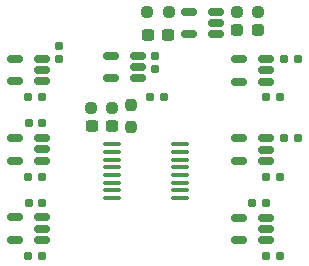
<source format=gbr>
%TF.GenerationSoftware,KiCad,Pcbnew,7.0.5*%
%TF.CreationDate,2024-01-24T02:04:37-05:00*%
%TF.ProjectId,CAMERA_ADAPTER,43414d45-5241-45f4-9144-41505445522e,rev?*%
%TF.SameCoordinates,Original*%
%TF.FileFunction,Paste,Bot*%
%TF.FilePolarity,Positive*%
%FSLAX46Y46*%
G04 Gerber Fmt 4.6, Leading zero omitted, Abs format (unit mm)*
G04 Created by KiCad (PCBNEW 7.0.5) date 2024-01-24 02:04:37*
%MOMM*%
%LPD*%
G01*
G04 APERTURE LIST*
G04 Aperture macros list*
%AMRoundRect*
0 Rectangle with rounded corners*
0 $1 Rounding radius*
0 $2 $3 $4 $5 $6 $7 $8 $9 X,Y pos of 4 corners*
0 Add a 4 corners polygon primitive as box body*
4,1,4,$2,$3,$4,$5,$6,$7,$8,$9,$2,$3,0*
0 Add four circle primitives for the rounded corners*
1,1,$1+$1,$2,$3*
1,1,$1+$1,$4,$5*
1,1,$1+$1,$6,$7*
1,1,$1+$1,$8,$9*
0 Add four rect primitives between the rounded corners*
20,1,$1+$1,$2,$3,$4,$5,0*
20,1,$1+$1,$4,$5,$6,$7,0*
20,1,$1+$1,$6,$7,$8,$9,0*
20,1,$1+$1,$8,$9,$2,$3,0*%
G04 Aperture macros list end*
%ADD10RoundRect,0.160000X-0.197500X-0.160000X0.197500X-0.160000X0.197500X0.160000X-0.197500X0.160000X0*%
%ADD11RoundRect,0.237500X0.287500X0.237500X-0.287500X0.237500X-0.287500X-0.237500X0.287500X-0.237500X0*%
%ADD12RoundRect,0.150000X0.512500X0.150000X-0.512500X0.150000X-0.512500X-0.150000X0.512500X-0.150000X0*%
%ADD13RoundRect,0.160000X0.197500X0.160000X-0.197500X0.160000X-0.197500X-0.160000X0.197500X-0.160000X0*%
%ADD14RoundRect,0.155000X-0.155000X0.212500X-0.155000X-0.212500X0.155000X-0.212500X0.155000X0.212500X0*%
%ADD15RoundRect,0.155000X-0.212500X-0.155000X0.212500X-0.155000X0.212500X0.155000X-0.212500X0.155000X0*%
%ADD16RoundRect,0.237500X-0.250000X-0.237500X0.250000X-0.237500X0.250000X0.237500X-0.250000X0.237500X0*%
%ADD17RoundRect,0.100000X0.637500X0.100000X-0.637500X0.100000X-0.637500X-0.100000X0.637500X-0.100000X0*%
%ADD18RoundRect,0.237500X-0.237500X0.250000X-0.237500X-0.250000X0.237500X-0.250000X0.237500X0.250000X0*%
%ADD19RoundRect,0.237500X0.300000X0.237500X-0.300000X0.237500X-0.300000X-0.237500X0.300000X-0.237500X0*%
%ADD20RoundRect,0.155000X0.155000X-0.212500X0.155000X0.212500X-0.155000X0.212500X-0.155000X-0.212500X0*%
%ADD21RoundRect,0.155000X0.212500X0.155000X-0.212500X0.155000X-0.212500X-0.155000X0.212500X-0.155000X0*%
%ADD22RoundRect,0.237500X0.250000X0.237500X-0.250000X0.237500X-0.250000X-0.237500X0.250000X-0.237500X0*%
G04 APERTURE END LIST*
D10*
%TO.C,R10*%
X160352500Y-96418621D03*
X161547500Y-96418621D03*
%TD*%
D11*
%TO.C,D1*%
X159645000Y-90808621D03*
X157895000Y-90808621D03*
%TD*%
D12*
%TO.C,U4*%
X141375000Y-99943621D03*
X141375000Y-100893621D03*
X141375000Y-101843621D03*
X139100000Y-101843621D03*
X139100000Y-99943621D03*
%TD*%
D13*
%TO.C,R8*%
X141367500Y-109878621D03*
X140172500Y-109878621D03*
%TD*%
D12*
%TO.C,U7*%
X160327500Y-99963621D03*
X160327500Y-100913621D03*
X160327500Y-101863621D03*
X158052500Y-101863621D03*
X158052500Y-99963621D03*
%TD*%
D14*
%TO.C,C9*%
X150960000Y-92963621D03*
X150960000Y-94098621D03*
%TD*%
D12*
%TO.C,U1*%
X156087500Y-89258621D03*
X156087500Y-90208621D03*
X156087500Y-91158621D03*
X153812500Y-91158621D03*
X153812500Y-89258621D03*
%TD*%
D15*
%TO.C,C7*%
X161872500Y-99948621D03*
X163007500Y-99948621D03*
%TD*%
D13*
%TO.C,R9*%
X141367500Y-103228621D03*
X140172500Y-103228621D03*
%TD*%
D12*
%TO.C,U3*%
X141375000Y-93228621D03*
X141375000Y-94178621D03*
X141375000Y-95128621D03*
X139100000Y-95128621D03*
X139100000Y-93228621D03*
%TD*%
D16*
%TO.C,R1*%
X150267500Y-89258621D03*
X152092500Y-89258621D03*
%TD*%
D13*
%TO.C,R5*%
X141367500Y-96418621D03*
X140172500Y-96418621D03*
%TD*%
D17*
%TO.C,U2*%
X153022500Y-100463621D03*
X153022500Y-101113621D03*
X153022500Y-101763621D03*
X153022500Y-102413621D03*
X153022500Y-103063621D03*
X153022500Y-103713621D03*
X153022500Y-104363621D03*
X153022500Y-105013621D03*
X147297500Y-105013621D03*
X147297500Y-104363621D03*
X147297500Y-103713621D03*
X147297500Y-103063621D03*
X147297500Y-102413621D03*
X147297500Y-101763621D03*
X147297500Y-101113621D03*
X147297500Y-100463621D03*
%TD*%
D10*
%TO.C,R6*%
X160322500Y-103218621D03*
X161517500Y-103218621D03*
%TD*%
D18*
%TO.C,R4*%
X148920000Y-97146121D03*
X148920000Y-98971121D03*
%TD*%
D16*
%TO.C,R2*%
X157837500Y-89238621D03*
X159662500Y-89238621D03*
%TD*%
D12*
%TO.C,U8*%
X160327500Y-93258621D03*
X160327500Y-94208621D03*
X160327500Y-95158621D03*
X158052500Y-95158621D03*
X158052500Y-93258621D03*
%TD*%
D19*
%TO.C,C1*%
X152032500Y-91168621D03*
X150307500Y-91168621D03*
%TD*%
D15*
%TO.C,C8*%
X161872500Y-93258621D03*
X163007500Y-93258621D03*
%TD*%
D20*
%TO.C,C3*%
X142830000Y-93233621D03*
X142830000Y-92098621D03*
%TD*%
D19*
%TO.C,C2*%
X147292500Y-98898621D03*
X145567500Y-98898621D03*
%TD*%
D10*
%TO.C,R7*%
X160322500Y-109908621D03*
X161517500Y-109908621D03*
%TD*%
D21*
%TO.C,C5*%
X160325000Y-105428621D03*
X159190000Y-105428621D03*
%TD*%
D12*
%TO.C,U9*%
X149467500Y-92978621D03*
X149467500Y-93928621D03*
X149467500Y-94878621D03*
X147192500Y-94878621D03*
X147192500Y-92978621D03*
%TD*%
D10*
%TO.C,R11*%
X150532500Y-96498621D03*
X151727500Y-96498621D03*
%TD*%
D22*
%TO.C,R3*%
X147312500Y-97348621D03*
X145487500Y-97348621D03*
%TD*%
D21*
%TO.C,C4*%
X141377500Y-98628621D03*
X140242500Y-98628621D03*
%TD*%
D12*
%TO.C,U6*%
X160327500Y-106668621D03*
X160327500Y-107618621D03*
X160327500Y-108568621D03*
X158052500Y-108568621D03*
X158052500Y-106668621D03*
%TD*%
D21*
%TO.C,C6*%
X141385000Y-105428621D03*
X140250000Y-105428621D03*
%TD*%
D12*
%TO.C,U5*%
X141375000Y-106648621D03*
X141375000Y-107598621D03*
X141375000Y-108548621D03*
X139100000Y-108548621D03*
X139100000Y-106648621D03*
%TD*%
M02*

</source>
